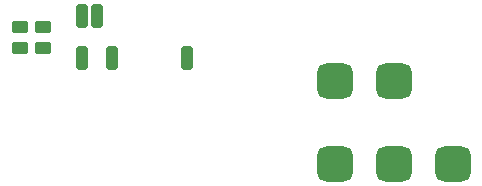
<source format=gts>
%TF.GenerationSoftware,KiCad,Pcbnew,(6.0.1)*%
%TF.CreationDate,2022-03-08T01:07:32-07:00*%
%TF.ProjectId,MShaw_PICO_4gbNandExtensionQSB_V2.5,4d536861-775f-4504-9943-4f5f3467624e,rev?*%
%TF.SameCoordinates,Original*%
%TF.FileFunction,Soldermask,Top*%
%TF.FilePolarity,Negative*%
%FSLAX46Y46*%
G04 Gerber Fmt 4.6, Leading zero omitted, Abs format (unit mm)*
G04 Created by KiCad (PCBNEW (6.0.1)) date 2022-03-08 01:07:32*
%MOMM*%
%LPD*%
G01*
G04 APERTURE LIST*
G04 Aperture macros list*
%AMRoundRect*
0 Rectangle with rounded corners*
0 $1 Rounding radius*
0 $2 $3 $4 $5 $6 $7 $8 $9 X,Y pos of 4 corners*
0 Add a 4 corners polygon primitive as box body*
4,1,4,$2,$3,$4,$5,$6,$7,$8,$9,$2,$3,0*
0 Add four circle primitives for the rounded corners*
1,1,$1+$1,$2,$3*
1,1,$1+$1,$4,$5*
1,1,$1+$1,$6,$7*
1,1,$1+$1,$8,$9*
0 Add four rect primitives between the rounded corners*
20,1,$1+$1,$2,$3,$4,$5,0*
20,1,$1+$1,$4,$5,$6,$7,0*
20,1,$1+$1,$6,$7,$8,$9,0*
20,1,$1+$1,$8,$9,$2,$3,0*%
G04 Aperture macros list end*
%ADD10RoundRect,0.250000X0.450000X-0.262500X0.450000X0.262500X-0.450000X0.262500X-0.450000X-0.262500X0*%
%ADD11RoundRect,0.250000X0.250000X-0.750000X0.250000X0.750000X-0.250000X0.750000X-0.250000X-0.750000X0*%
%ADD12RoundRect,0.750000X0.750000X-0.750000X0.750000X0.750000X-0.750000X0.750000X-0.750000X-0.750000X0*%
G04 APERTURE END LIST*
D10*
%TO.C,R1*%
X128260000Y-98212500D03*
X128260000Y-96387500D03*
%TD*%
D11*
%TO.C,J3*%
X131570000Y-95500000D03*
X132840000Y-95500000D03*
%TD*%
D12*
%TO.C,J4*%
X152910000Y-108000000D03*
X152910000Y-101000000D03*
X157910000Y-108000000D03*
X157910000Y-101000000D03*
X162910000Y-108000000D03*
%TD*%
D10*
%TO.C,D1*%
X126260000Y-98212500D03*
X126260000Y-96387500D03*
%TD*%
D11*
%TO.C,J1*%
X131570000Y-99050000D03*
X134110000Y-99050000D03*
X140460000Y-99050000D03*
%TD*%
M02*

</source>
